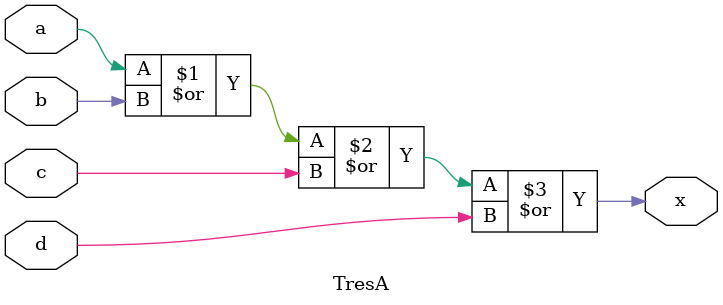
<source format=v>
module TresA (
    input wire a,
    input wire b,
    input wire c,
    input wire d,
    output wire x
);
    
assign x = (a | b | c | d);

endmodule
</source>
